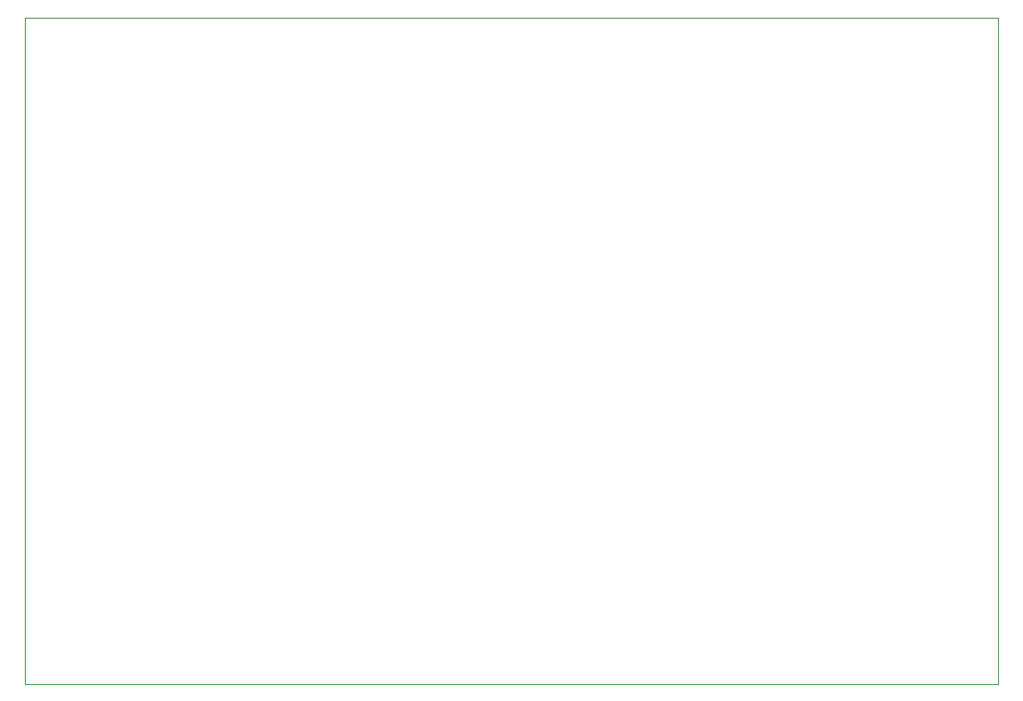
<source format=gbr>
%TF.GenerationSoftware,KiCad,Pcbnew,7.0.5*%
%TF.CreationDate,2023-08-26T19:15:35+09:00*%
%TF.ProjectId,18to12_DCDC,3138746f-3132-45f4-9443-44432e6b6963,rev?*%
%TF.SameCoordinates,Original*%
%TF.FileFunction,Profile,NP*%
%FSLAX46Y46*%
G04 Gerber Fmt 4.6, Leading zero omitted, Abs format (unit mm)*
G04 Created by KiCad (PCBNEW 7.0.5) date 2023-08-26 19:15:35*
%MOMM*%
%LPD*%
G01*
G04 APERTURE LIST*
%TA.AperFunction,Profile*%
%ADD10C,0.100000*%
%TD*%
G04 APERTURE END LIST*
D10*
X79375000Y-72390000D02*
X172085000Y-72390000D01*
X172085000Y-135890000D01*
X79375000Y-135890000D01*
X79375000Y-72390000D01*
M02*

</source>
